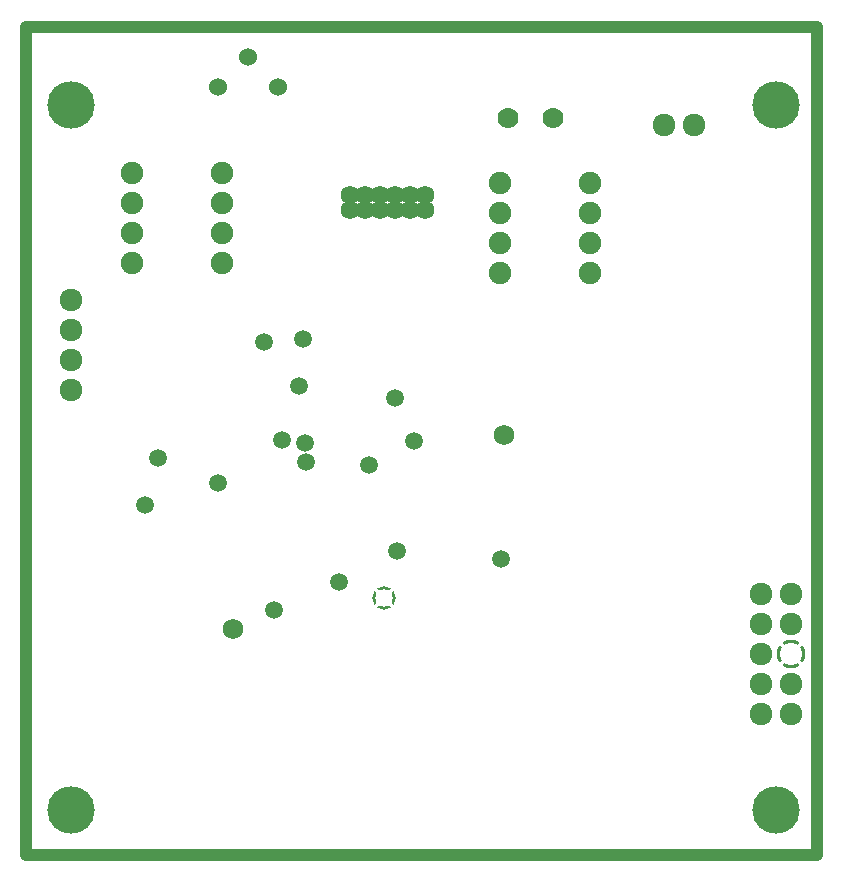
<source format=gbr>
G04 Layer_Physical_Order=2*
G04 Layer_Color=128*
%FSLAX26Y26*%
%MOIN*%
%TF.FileFunction,Copper,L2,Inr,Plane*%
%TF.Part,Single*%
G01*
G75*
%TA.AperFunction,ComponentPad*%
%ADD31C,0.060000*%
%TA.AperFunction,NonConductor*%
%ADD37C,0.040000*%
%TA.AperFunction,ViaPad*%
%ADD38C,0.158110*%
%TA.AperFunction,ComponentPad*%
%ADD39C,0.075827*%
G04:AMPARAMS|DCode=40|XSize=95.827mil|YSize=95.827mil|CornerRadius=0mil|HoleSize=0mil|Usage=FLASHONLY|Rotation=0.000|XOffset=0mil|YOffset=0mil|HoleType=Round|Shape=Relief|Width=10mil|Gap=10mil|Entries=4|*
%AMTHD40*
7,0,0,0.095827,0.075827,0.010000,45*
%
%ADD40THD40*%
%ADD41C,0.070000*%
%ADD42C,0.062268*%
%ADD43C,0.062268*%
%ADD44C,0.075433*%
%TA.AperFunction,ViaPad*%
%ADD45C,0.059685*%
G04:AMPARAMS|DCode=46|XSize=79.685mil|YSize=79.685mil|CornerRadius=0mil|HoleSize=0mil|Usage=FLASHONLY|Rotation=0.000|XOffset=0mil|YOffset=0mil|HoleType=Round|Shape=Relief|Width=10mil|Gap=10mil|Entries=4|*
%AMTHD46*
7,0,0,0.079685,0.059685,0.010000,45*
%
%ADD46THD46*%
%ADD47C,0.068000*%
D31*
X689024Y2409457D02*
D03*
X489024D02*
D03*
X589024Y2509457D02*
D03*
D37*
X-150110Y-150110D02*
X2487685Y-150110D01*
X2487685Y2610716D02*
X2487685Y-150110D01*
X-150110Y2610717D02*
X2487685Y2610716D01*
X-150110Y2610717D02*
X-150110Y-150110D01*
D38*
X0Y0D02*
D03*
X2350000D02*
D03*
X0Y2350000D02*
D03*
X2350000D02*
D03*
D39*
X2300000Y720000D02*
D03*
Y620000D02*
D03*
Y520000D02*
D03*
Y420000D02*
D03*
Y320000D02*
D03*
X2400000Y720000D02*
D03*
Y620000D02*
D03*
Y420000D02*
D03*
Y320000D02*
D03*
X0Y1400000D02*
D03*
Y1500000D02*
D03*
Y1600000D02*
D03*
Y1700000D02*
D03*
X2076000Y2282000D02*
D03*
X1976000D02*
D03*
D40*
X2400000Y520000D02*
D03*
D41*
X1607000Y2305000D02*
D03*
X1457394D02*
D03*
D42*
X979024Y2049457D02*
D03*
X1129024D02*
D03*
X1079024D02*
D03*
X1029024D02*
D03*
X929024D02*
D03*
X1179024Y1999457D02*
D03*
X1129024D02*
D03*
X1079024D02*
D03*
X1029024D02*
D03*
X979024D02*
D03*
X929024D02*
D03*
D43*
X1179024Y2049457D02*
D03*
D44*
X1429024Y2089457D02*
D03*
Y1989457D02*
D03*
Y1889457D02*
D03*
Y1789457D02*
D03*
X1729024Y2089457D02*
D03*
Y1989457D02*
D03*
Y1889457D02*
D03*
Y1789457D02*
D03*
X504024Y1824457D02*
D03*
Y1924457D02*
D03*
Y2024457D02*
D03*
Y2124457D02*
D03*
X204024Y1824457D02*
D03*
Y1924457D02*
D03*
Y2024457D02*
D03*
Y2124457D02*
D03*
D45*
X675677Y665106D02*
D03*
X1085126Y863669D02*
D03*
X1433551Y836110D02*
D03*
X893197Y761307D02*
D03*
X246024Y1017457D02*
D03*
X702024Y1234457D02*
D03*
X783024Y1159457D02*
D03*
X288024Y1174457D02*
D03*
X758024Y1412457D02*
D03*
X644024Y1559457D02*
D03*
X1079024Y1374457D02*
D03*
X489024Y1089457D02*
D03*
X779024Y1224457D02*
D03*
X774024Y1569457D02*
D03*
X994024Y1149457D02*
D03*
X1144024Y1229457D02*
D03*
D46*
X1042803Y708158D02*
D03*
D47*
X538843Y603693D02*
D03*
X1444024Y1249457D02*
D03*
%TF.MD5,cda1be26e30e39f8f274643919d260cb*%
M02*

</source>
